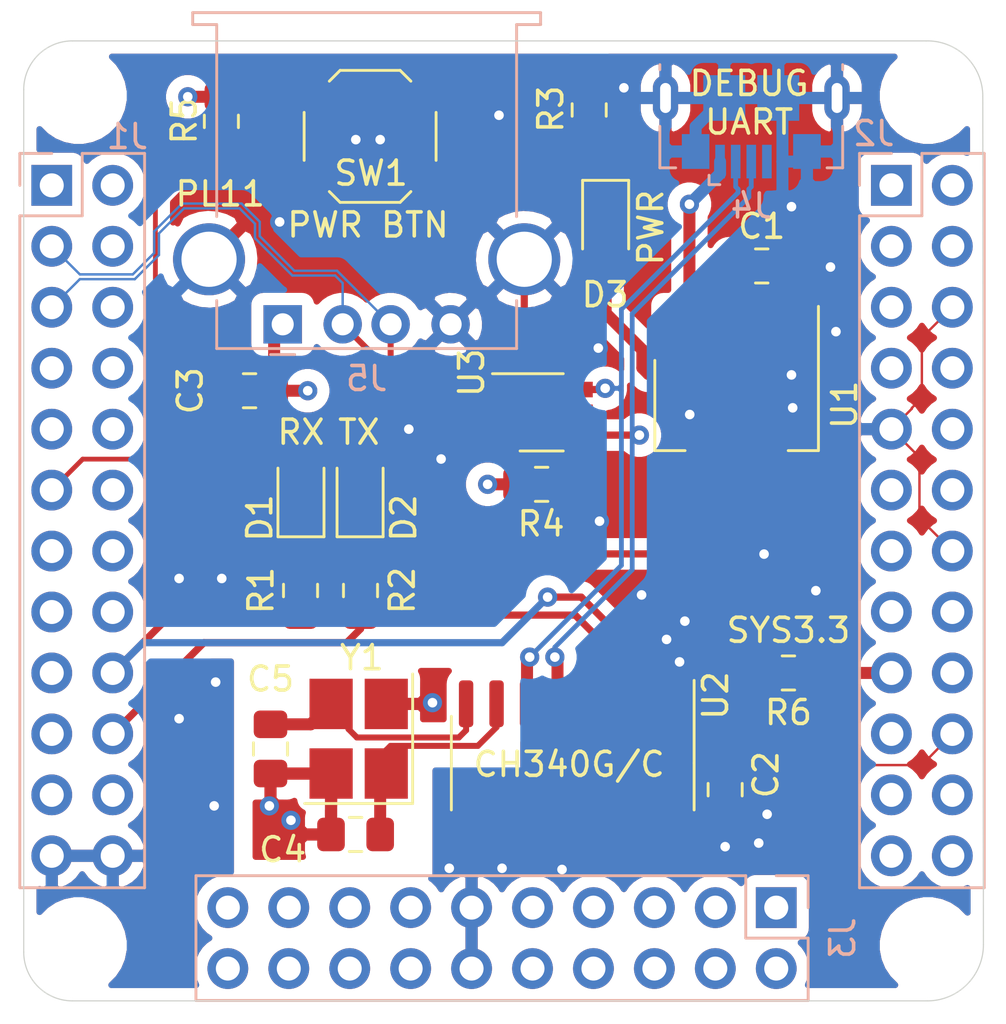
<source format=kicad_pcb>
(kicad_pcb (version 20171130) (host pcbnew 5.1.6)
  (title_block (title "NanoPI NEO Core debug shield"))
  (layers (0 F.Cu signal) (1 In1.Cu power) (2 In2.Cu power) (31 B.Cu signal) (34 B.Paste user) (35 F.Paste user) (36 B.SilkS user) (37 F.SilkS user) (38 B.Mask user) (39 F.Mask user) (44 Edge.Cuts user))
  (net 0 "")
  (net 1 GND)
  (net 2 VDD_5V)
  (net 3 "Net-(C1-Pad1)")
  (net 4 "Net-(C4-Pad1)")
  (net 5 "Net-(C5-Pad1)")
  (net 6 "Net-(D1-Pad1)")
  (net 7 "Net-(D2-Pad1)")
  (net 8 "Net-(D3-Pad1)")
  (net 9 DBG_TXD)
  (net 10 DBG_RXD)
  (net 11 "Net-(J4-Pad1)")
  (net 12 "Net-(R4-Pad2)")
  (net 13 USB-D1-)
  (net 14 USB-D1+)
  (net 15 DBG_D+)
  (net 16 DBG_D-)
  (net 17 "Net-(J1-Pad21)")
  (net 18 "Net-(J1-Pad19)")
  (net 19 "Net-(J1-Pad17)")
  (net 20 "Net-(J1-Pad16)")
  (net 21 "Net-(J1-Pad15)")
  (net 22 "Net-(J1-Pad14)")
  (net 23 "Net-(J1-Pad13)")
  (net 24 "Net-(J1-Pad12)")
  (net 25 PWR_BTN)
  (net 26 "Net-(J1-Pad10)")
  (net 27 "Net-(J1-Pad9)")
  (net 28 "Net-(J1-Pad8)")
  (net 29 "Net-(J1-Pad7)")
  (net 30 "Net-(J1-Pad6)")
  (net 31 "Net-(J1-Pad4)")
  (net 32 "Net-(J1-Pad2)")
  (net 33 "Net-(J2-Pad24)")
  (net 34 "Net-(J2-Pad23)")
  (net 35 "Net-(J2-Pad22)")
  (net 36 "Net-(J2-Pad21)")
  (net 37 "Net-(J2-Pad19)")
  (net 38 "Net-(J2-Pad18)")
  (net 39 "Net-(J2-Pad16)")
  (net 40 "Net-(J2-Pad15)")
  (net 41 "Net-(J2-Pad13)")
  (net 42 "Net-(J2-Pad12)")
  (net 43 "Net-(J2-Pad11)")
  (net 44 "Net-(J2-Pad10)")
  (net 45 "Net-(J2-Pad8)")
  (net 46 "Net-(J2-Pad7)")
  (net 47 "Net-(J2-Pad5)")
  (net 48 "Net-(J2-Pad3)")
  (net 49 "Net-(J3-Pad20)")
  (net 50 "Net-(J3-Pad18)")
  (net 51 "Net-(J3-Pad16)")
  (net 52 "Net-(J3-Pad15)")
  (net 53 "Net-(J3-Pad14)")
  (net 54 "Net-(J3-Pad13)")
  (net 55 "Net-(J3-Pad10)")
  (net 56 "Net-(J3-Pad9)")
  (net 57 "Net-(J3-Pad8)")
  (net 58 "Net-(J3-Pad7)")
  (net 59 "Net-(J3-Pad6)")
  (net 60 "Net-(J3-Pad5)")
  (net 61 "Net-(J3-Pad4)")
  (net 62 "Net-(J3-Pad3)")
  (net 63 "Net-(J3-Pad2)")
  (net 64 "Net-(J3-Pad1)")
  (net 65 "Net-(J4-Pad4)")
  (net 66 "Net-(U2-Pad15)")
  (net 67 "Net-(U2-Pad14)")
  (net 68 "Net-(U2-Pad13)")
  (net 69 "Net-(U2-Pad12)")
  (net 70 "Net-(U2-Pad11)")
  (net 71 "Net-(U2-Pad10)")
  (net 72 "Net-(U2-Pad9)")
  (net 73 VDD_3.3V)
  (net 74 "Net-(J2-Pad1)")
  (module Resistor_SMD:R_0805_2012Metric_Pad1.15x1.40mm_HandSolder (layer F.Cu) (at 100.838 68.961 180)
    (fp_text reference R6 (at 0 -1.65) (layer F.SilkS))
    (fp_text value 0)
    (pad 2 smd roundrect (at 1.025 0 180) (size 1.15 1.4) (layers F.Cu F.Paste F.Mask) (roundrect_rratio 0.217391) (net 3 "Net-(C1-Pad1)"))
    (pad 1 smd roundrect (at -1.025 0 180) (size 1.15 1.4) (layers F.Cu F.Paste F.Mask) (roundrect_rratio 0.217391) (net 73 VDD_3.3V))
  )
  (module Package_SO:SOIC-16_3.9x9.9mm_P1.27mm (layer F.Cu) (at 91.8464 72.7202 270)
    (fp_text reference U2 (at -2.8202 -5.9536 90) (layer F.SilkS))
    (fp_text value CH340G/C (at 0.0508 0.1524 180) (layer F.SilkS))
    (pad 16 smd roundrect (at 2.475 -4.445 270) (size 1.95 0.6) (layers F.Cu F.Paste F.Mask) (net 3 "Net-(C1-Pad1)"))
    (pad 15 smd roundrect (at 2.475 -3.175 270) (size 1.95 0.6) (layers F.Cu F.Paste F.Mask) (net 66 "Net-(U2-Pad15)"))
    (pad 14 smd roundrect (at 2.475 -1.905 270) (size 1.95 0.6) (layers F.Cu F.Paste F.Mask) (net 67 "Net-(U2-Pad14)"))
    (pad 13 smd roundrect (at 2.475 -0.635 270) (size 1.95 0.6) (layers F.Cu F.Paste F.Mask) (net 68 "Net-(U2-Pad13)"))
    (pad 12 smd roundrect (at 2.475 0.635 270) (size 1.95 0.6) (layers F.Cu F.Paste F.Mask) (net 69 "Net-(U2-Pad12)"))
    (pad 11 smd roundrect (at 2.475 1.905 270) (size 1.95 0.6) (layers F.Cu F.Paste F.Mask) (net 70 "Net-(U2-Pad11)"))
    (pad 10 smd roundrect (at 2.475 3.175 270) (size 1.95 0.6) (layers F.Cu F.Paste F.Mask) (net 71 "Net-(U2-Pad10)"))
    (pad 9 smd roundrect (at 2.475 4.445 270) (size 1.95 0.6) (layers F.Cu F.Paste F.Mask) (net 72 "Net-(U2-Pad9)"))
    (pad 8 smd roundrect (at -2.475 4.445 270) (size 1.95 0.6) (layers F.Cu F.Paste F.Mask) (net 5 "Net-(C5-Pad1)"))
    (pad 7 smd roundrect (at -2.475 3.175 270) (size 1.95 0.6) (layers F.Cu F.Paste F.Mask) (net 4 "Net-(C4-Pad1)"))
    (pad 6 smd roundrect (at -2.475 1.905 270) (size 1.95 0.6) (layers F.Cu F.Paste F.Mask) (net 16 DBG_D-))
    (pad 5 smd roundrect (at -2.475 0.635 270) (size 1.95 0.6) (layers F.Cu F.Paste F.Mask) (net 15 DBG_D+))
    (pad 4 smd roundrect (at -2.475 -0.635 270) (size 1.95 0.6) (layers F.Cu F.Paste F.Mask) (net 3 "Net-(C1-Pad1)"))
    (pad 3 smd roundrect (at -2.475 -1.905 270) (size 1.95 0.6) (layers F.Cu F.Paste F.Mask) (net 9 DBG_TXD))
    (pad 2 smd roundrect (at -2.475 -3.175 270) (size 1.95 0.6) (layers F.Cu F.Paste F.Mask) (net 10 DBG_RXD))
    (pad 1 smd roundrect (at -2.475 -4.445 270) (size 1.95 0.6) (layers F.Cu F.Paste F.Mask) (net 1 GND))
  )
  (module Connector_USB:USB_A_Stewart_SS-52100-001_Horizontal (layer B.Cu) (at 79.756 54.4322)
    (fp_text reference J5 (at 3.5 2.26) (layer B.SilkS) (effects (justify mirror)))
    (fp_text value USB_A)
    (pad 4 thru_hole circle (at 7 0) (size 1.6 1.6) (drill 0.92) (layers *.Cu *.Mask) (net 1 GND))
    (pad 3 thru_hole circle (at 4.5 0) (size 1.6 1.6) (drill 0.92) (layers *.Cu *.Mask) (net 14 USB-D1+))
    (pad 2 thru_hole circle (at 2.5 0) (size 1.6 1.6) (drill 0.92) (layers *.Cu *.Mask) (net 13 USB-D1-))
    (pad 1 thru_hole rect (at 0 0) (size 1.6 1.6) (drill 0.92) (layers *.Cu *.Mask) (net 2 VDD_5V))
    (pad 5 thru_hole circle (at -3.07 -2.71) (size 3 3) (drill 2.3) (layers *.Cu *.Mask) (net 1 GND))
    (pad 5 thru_hole circle (at 10.07 -2.71) (size 3 3) (drill 2.3) (layers *.Cu *.Mask) (net 1 GND))
  )
  (module Button_Switch_SMD:SW_SPST_TL3342 (layer F.Cu) (at 83.4 46.6)
    (fp_text reference SW1 (at 0.039 1.533) (layer F.SilkS))
    (fp_text value SW_PWR)
    (pad 2 smd rect (at 3.15 1.9) (size 1.7 1) (layers F.Cu F.Paste F.Mask) (net 1 GND))
    (pad 2 smd rect (at -3.15 1.9) (size 1.7 1) (layers F.Cu F.Paste F.Mask) (net 1 GND))
    (pad 1 smd rect (at 3.15 -1.9) (size 1.7 1) (layers F.Cu F.Paste F.Mask) (net 25 PWR_BTN))
    (pad 1 smd rect (at -3.15 -1.9) (size 1.7 1) (layers F.Cu F.Paste F.Mask) (net 25 PWR_BTN))
  )
  (module Resistor_SMD:R_0805_2012Metric_Pad1.15x1.40mm_HandSolder (layer F.Cu) (at 77.2 45.975 270)
    (fp_text reference R5 (at -0.025 1.55 90) (layer F.SilkS))
    (fp_text value 10K)
    (pad 2 smd roundrect (at 1.025 0 270) (size 1.15 1.4) (layers F.Cu F.Paste F.Mask) (roundrect_rratio 0.217391) (net 25 PWR_BTN))
    (pad 1 smd roundrect (at -1.025 0 270) (size 1.15 1.4) (layers F.Cu F.Paste F.Mask) (roundrect_rratio 0.217391) (net 2 VDD_5V))
  )
  (module Connector_PinSocket_2.54mm:PinSocket_2x12_P2.54mm_Vertical (layer B.Cu) (at 70.1294 48.641 180)
    (fp_text reference J1 (at -3.1496 2.032) (layer B.SilkS) (effects (justify mirror)))
    (fp_text value NanoPi_Core_GPIO2 hide)
    (pad 24 thru_hole oval (at -2.54 -27.94 180) (size 1.7 1.7) (drill 1) (layers *.Cu *.Mask) (net 1 GND))
    (pad 23 thru_hole oval (at 0 -27.94 180) (size 1.7 1.7) (drill 1) (layers *.Cu *.Mask) (net 1 GND))
    (pad 22 thru_hole oval (at -2.54 -25.4 180) (size 1.7 1.7) (drill 1) (layers *.Cu *.Mask) (net 2 VDD_5V))
    (pad 21 thru_hole oval (at 0 -25.4 180) (size 1.7 1.7) (drill 1) (layers *.Cu *.Mask) (net 17 "Net-(J1-Pad21)"))
    (pad 20 thru_hole oval (at -2.54 -22.86 180) (size 1.7 1.7) (drill 1) (layers *.Cu *.Mask) (net 9 DBG_TXD))
    (pad 19 thru_hole oval (at 0 -22.86 180) (size 1.7 1.7) (drill 1) (layers *.Cu *.Mask) (net 18 "Net-(J1-Pad19)"))
    (pad 18 thru_hole oval (at -2.54 -20.32 180) (size 1.7 1.7) (drill 1) (layers *.Cu *.Mask) (net 10 DBG_RXD))
    (pad 17 thru_hole oval (at 0 -20.32 180) (size 1.7 1.7) (drill 1) (layers *.Cu *.Mask) (net 19 "Net-(J1-Pad17)"))
    (pad 16 thru_hole oval (at -2.54 -17.78 180) (size 1.7 1.7) (drill 1) (layers *.Cu *.Mask) (net 20 "Net-(J1-Pad16)"))
    (pad 15 thru_hole oval (at 0 -17.78 180) (size 1.7 1.7) (drill 1) (layers *.Cu *.Mask) (net 21 "Net-(J1-Pad15)"))
    (pad 14 thru_hole oval (at -2.54 -15.24 180) (size 1.7 1.7) (drill 1) (layers *.Cu *.Mask) (net 22 "Net-(J1-Pad14)"))
    (pad 13 thru_hole oval (at 0 -15.24 180) (size 1.7 1.7) (drill 1) (layers *.Cu *.Mask) (net 23 "Net-(J1-Pad13)"))
    (pad 12 thru_hole oval (at -2.54 -12.7 180) (size 1.7 1.7) (drill 1) (layers *.Cu *.Mask) (net 24 "Net-(J1-Pad12)"))
    (pad 11 thru_hole oval (at 0 -12.7 180) (size 1.7 1.7) (drill 1) (layers *.Cu *.Mask) (net 25 PWR_BTN))
    (pad 10 thru_hole oval (at -2.54 -10.16 180) (size 1.7 1.7) (drill 1) (layers *.Cu *.Mask) (net 26 "Net-(J1-Pad10)"))
    (pad 9 thru_hole oval (at 0 -10.16 180) (size 1.7 1.7) (drill 1) (layers *.Cu *.Mask) (net 27 "Net-(J1-Pad9)"))
    (pad 8 thru_hole oval (at -2.54 -7.62 180) (size 1.7 1.7) (drill 1) (layers *.Cu *.Mask) (net 28 "Net-(J1-Pad8)"))
    (pad 7 thru_hole oval (at 0 -7.62 180) (size 1.7 1.7) (drill 1) (layers *.Cu *.Mask) (net 29 "Net-(J1-Pad7)"))
    (pad 6 thru_hole oval (at -2.54 -5.08 180) (size 1.7 1.7) (drill 1) (layers *.Cu *.Mask) (net 30 "Net-(J1-Pad6)"))
    (pad 5 thru_hole oval (at 0 -5.08 180) (size 1.7 1.7) (drill 1) (layers *.Cu *.Mask) (net 13 USB-D1-))
    (pad 4 thru_hole oval (at -2.54 -2.54 180) (size 1.7 1.7) (drill 1) (layers *.Cu *.Mask) (net 31 "Net-(J1-Pad4)"))
    (pad 3 thru_hole oval (at 0 -2.54 180) (size 1.7 1.7) (drill 1) (layers *.Cu *.Mask) (net 14 USB-D1+))
    (pad 2 thru_hole oval (at -2.54 0 180) (size 1.7 1.7) (drill 1) (layers *.Cu *.Mask) (net 32 "Net-(J1-Pad2)"))
    (pad 1 thru_hole rect (at 0 0 180) (size 1.7 1.7) (drill 1) (layers *.Cu *.Mask) (net 2 VDD_5V))
  )
  (module Connector_PinSocket_2.54mm:PinSocket_2x10_P2.54mm_Vertical (layer B.Cu) (at 100.33 78.74 90)
    (fp_text reference J3 (at -1.27 2.77 -90) (layer B.SilkS) (effects (justify mirror)))
    (fp_text value NanoPi_Core_GPIO3 hide)
    (pad 20 thru_hole oval (at -2.54 -22.86 90) (size 1.7 1.7) (drill 1) (layers *.Cu *.Mask) (net 49 "Net-(J3-Pad20)"))
    (pad 19 thru_hole oval (at 0 -22.86 90) (size 1.7 1.7) (drill 1) (layers *.Cu *.Mask) (net 2 VDD_5V))
    (pad 18 thru_hole oval (at -2.54 -20.32 90) (size 1.7 1.7) (drill 1) (layers *.Cu *.Mask) (net 50 "Net-(J3-Pad18)"))
    (pad 17 thru_hole oval (at 0 -20.32 90) (size 1.7 1.7) (drill 1) (layers *.Cu *.Mask) (net 2 VDD_5V))
    (pad 16 thru_hole oval (at -2.54 -17.78 90) (size 1.7 1.7) (drill 1) (layers *.Cu *.Mask) (net 51 "Net-(J3-Pad16)"))
    (pad 15 thru_hole oval (at 0 -17.78 90) (size 1.7 1.7) (drill 1) (layers *.Cu *.Mask) (net 52 "Net-(J3-Pad15)"))
    (pad 14 thru_hole oval (at -2.54 -15.24 90) (size 1.7 1.7) (drill 1) (layers *.Cu *.Mask) (net 53 "Net-(J3-Pad14)"))
    (pad 13 thru_hole oval (at 0 -15.24 90) (size 1.7 1.7) (drill 1) (layers *.Cu *.Mask) (net 54 "Net-(J3-Pad13)"))
    (pad 12 thru_hole oval (at -2.54 -12.7 90) (size 1.7 1.7) (drill 1) (layers *.Cu *.Mask) (net 1 GND))
    (pad 11 thru_hole oval (at 0 -12.7 90) (size 1.7 1.7) (drill 1) (layers *.Cu *.Mask) (net 1 GND))
    (pad 10 thru_hole oval (at -2.54 -10.16 90) (size 1.7 1.7) (drill 1) (layers *.Cu *.Mask) (net 55 "Net-(J3-Pad10)"))
    (pad 9 thru_hole oval (at 0 -10.16 90) (size 1.7 1.7) (drill 1) (layers *.Cu *.Mask) (net 56 "Net-(J3-Pad9)"))
    (pad 8 thru_hole oval (at -2.54 -7.62 90) (size 1.7 1.7) (drill 1) (layers *.Cu *.Mask) (net 57 "Net-(J3-Pad8)"))
    (pad 7 thru_hole oval (at 0 -7.62 90) (size 1.7 1.7) (drill 1) (layers *.Cu *.Mask) (net 58 "Net-(J3-Pad7)"))
    (pad 6 thru_hole oval (at -2.54 -5.08 90) (size 1.7 1.7) (drill 1) (layers *.Cu *.Mask) (net 59 "Net-(J3-Pad6)"))
    (pad 5 thru_hole oval (at 0 -5.08 90) (size 1.7 1.7) (drill 1) (layers *.Cu *.Mask) (net 60 "Net-(J3-Pad5)"))
    (pad 4 thru_hole oval (at -2.54 -2.54 90) (size 1.7 1.7) (drill 1) (layers *.Cu *.Mask) (net 61 "Net-(J3-Pad4)"))
    (pad 3 thru_hole oval (at 0 -2.54 90) (size 1.7 1.7) (drill 1) (layers *.Cu *.Mask) (net 62 "Net-(J3-Pad3)"))
    (pad 2 thru_hole oval (at -2.54 0 90) (size 1.7 1.7) (drill 1) (layers *.Cu *.Mask) (net 63 "Net-(J3-Pad2)"))
    (pad 1 thru_hole rect (at 0 0 90) (size 1.7 1.7) (drill 1) (layers *.Cu *.Mask) (net 64 "Net-(J3-Pad1)"))
  )
  (module Connector_PinSocket_2.54mm:PinSocket_2x12_P2.54mm_Vertical (layer B.Cu) (at 105.1306 48.641 180)
    (fp_text reference J2 (at 0.7366 2.159) (layer B.SilkS) (effects (justify mirror)))
    (fp_text value NanoPi_Core_GPIO1 hide)
    (pad 24 thru_hole oval (at -2.54 -27.94 180) (size 1.7 1.7) (drill 1) (layers *.Cu *.Mask) (net 33 "Net-(J2-Pad24)"))
    (pad 23 thru_hole oval (at 0 -27.94 180) (size 1.7 1.7) (drill 1) (layers *.Cu *.Mask) (net 34 "Net-(J2-Pad23)"))
    (pad 22 thru_hole oval (at -2.54 -25.4 180) (size 1.7 1.7) (drill 1) (layers *.Cu *.Mask) (net 35 "Net-(J2-Pad22)"))
    (pad 21 thru_hole oval (at 0 -25.4 180) (size 1.7 1.7) (drill 1) (layers *.Cu *.Mask) (net 36 "Net-(J2-Pad21)"))
    (pad 20 thru_hole oval (at -2.54 -22.86 180) (size 1.7 1.7) (drill 1) (layers *.Cu *.Mask) (net 1 GND))
    (pad 19 thru_hole oval (at 0 -22.86 180) (size 1.7 1.7) (drill 1) (layers *.Cu *.Mask) (net 37 "Net-(J2-Pad19)"))
    (pad 18 thru_hole oval (at -2.54 -20.32 180) (size 1.7 1.7) (drill 1) (layers *.Cu *.Mask) (net 38 "Net-(J2-Pad18)"))
    (pad 17 thru_hole oval (at 0 -20.32 180) (size 1.7 1.7) (drill 1) (layers *.Cu *.Mask) (net 73 VDD_3.3V))
    (pad 16 thru_hole oval (at -2.54 -17.78 180) (size 1.7 1.7) (drill 1) (layers *.Cu *.Mask) (net 39 "Net-(J2-Pad16)"))
    (pad 15 thru_hole oval (at 0 -17.78 180) (size 1.7 1.7) (drill 1) (layers *.Cu *.Mask) (net 40 "Net-(J2-Pad15)"))
    (pad 14 thru_hole oval (at -2.54 -15.24 180) (size 1.7 1.7) (drill 1) (layers *.Cu *.Mask) (net 1 GND))
    (pad 13 thru_hole oval (at 0 -15.24 180) (size 1.7 1.7) (drill 1) (layers *.Cu *.Mask) (net 41 "Net-(J2-Pad13)"))
    (pad 12 thru_hole oval (at -2.54 -12.7 180) (size 1.7 1.7) (drill 1) (layers *.Cu *.Mask) (net 42 "Net-(J2-Pad12)"))
    (pad 11 thru_hole oval (at 0 -12.7 180) (size 1.7 1.7) (drill 1) (layers *.Cu *.Mask) (net 43 "Net-(J2-Pad11)"))
    (pad 10 thru_hole oval (at -2.54 -10.16 180) (size 1.7 1.7) (drill 1) (layers *.Cu *.Mask) (net 44 "Net-(J2-Pad10)"))
    (pad 9 thru_hole oval (at 0 -10.16 180) (size 1.7 1.7) (drill 1) (layers *.Cu *.Mask) (net 1 GND))
    (pad 8 thru_hole oval (at -2.54 -7.62 180) (size 1.7 1.7) (drill 1) (layers *.Cu *.Mask) (net 45 "Net-(J2-Pad8)"))
    (pad 7 thru_hole oval (at 0 -7.62 180) (size 1.7 1.7) (drill 1) (layers *.Cu *.Mask) (net 46 "Net-(J2-Pad7)"))
    (pad 6 thru_hole oval (at -2.54 -5.08 180) (size 1.7 1.7) (drill 1) (layers *.Cu *.Mask) (net 1 GND))
    (pad 5 thru_hole oval (at 0 -5.08 180) (size 1.7 1.7) (drill 1) (layers *.Cu *.Mask) (net 47 "Net-(J2-Pad5)"))
    (pad 4 thru_hole oval (at -2.54 -2.54 180) (size 1.7 1.7) (drill 1) (layers *.Cu *.Mask) (net 2 VDD_5V))
    (pad 3 thru_hole oval (at 0 -2.54 180) (size 1.7 1.7) (drill 1) (layers *.Cu *.Mask) (net 48 "Net-(J2-Pad3)"))
    (pad 2 thru_hole oval (at -2.54 0 180) (size 1.7 1.7) (drill 1) (layers *.Cu *.Mask) (net 2 VDD_5V))
    (pad 1 thru_hole rect (at 0 0 180) (size 1.7 1.7) (drill 1) (layers *.Cu *.Mask) (net 74 "Net-(J2-Pad1)"))
  )
  (module MountingHole:MountingHole_3mm (layer F.Cu) (at 71.247 80.3148)
    (fp_text reference H4 hide)
    (fp_text value MountingHole hide)
    (pad 1 np_thru_hole circle (at 0 0) (size 3 3) (drill 3) (layers *.Cu *.Mask))
  )
  (module MountingHole:MountingHole_3mm (layer F.Cu) (at 106.6546 44.9072)
    (fp_text reference H3 hide)
    (fp_text value MountingHole hide)
    (pad 1 np_thru_hole circle (at 0 0) (size 3 3) (drill 3) (layers *.Cu *.Mask))
  )
  (module MountingHole:MountingHole_3mm (layer F.Cu) (at 106.6546 80.3148)
    (fp_text reference H2 hide)
    (fp_text value MountingHole hide)
    (pad 1 np_thru_hole circle (at 0 0) (size 3 3) (drill 3) (layers *.Cu *.Mask))
  )
  (module MountingHole:MountingHole_3mm (layer F.Cu) (at 71.247 44.9072)
    (fp_text reference H1 hide)
    (fp_text value MountingHole hide)
    (pad 1 np_thru_hole circle (at 0 0) (size 3 3) (drill 3) (layers *.Cu *.Mask))
  )
  (module Crystal:Crystal_SMD_3225-4Pin_3.2x2.5mm_HandSoldering (layer F.Cu) (at 82.924 71.702 90)
    (fp_text reference Y1 (at 3.376 0.134 180) (layer F.SilkS))
    (fp_text value 12MHz)
    (pad 1 smd rect (at -1.45 1.15 90) (size 2.1 1.8) (layers F.Cu F.Paste F.Mask) (net 4 "Net-(C4-Pad1)"))
    (pad 2 smd rect (at 1.45 1.15 90) (size 2.1 1.8) (layers F.Cu F.Paste F.Mask) (net 1 GND))
    (pad 3 smd rect (at 1.45 -1.15 90) (size 2.1 1.8) (layers F.Cu F.Paste F.Mask) (net 5 "Net-(C5-Pad1)"))
    (pad 4 smd rect (at -1.45 -1.15 90) (size 2.1 1.8) (layers F.Cu F.Paste F.Mask) (net 1 GND))
  )
  (module Package_TO_SOT_SMD:SOT-23-6_Handsoldering (layer F.Cu) (at 90.551 58.1)
    (fp_text reference U3 (at -2.921 -1.651 90) (layer F.SilkS))
    (fp_text value SRV05-4)
    (pad 5 smd rect (at 1.35 0) (size 1.56 0.65) (layers F.Cu F.Paste F.Mask) (net 12 "Net-(R4-Pad2)"))
    (pad 6 smd rect (at 1.35 -0.95) (size 1.56 0.65) (layers F.Cu F.Paste F.Mask) (net 16 DBG_D-))
    (pad 4 smd rect (at 1.35 0.95) (size 1.56 0.65) (layers F.Cu F.Paste F.Mask) (net 15 DBG_D+))
    (pad 3 smd rect (at -1.35 0.95) (size 1.56 0.65) (layers F.Cu F.Paste F.Mask) (net 13 USB-D1-))
    (pad 2 smd rect (at -1.35 0) (size 1.56 0.65) (layers F.Cu F.Paste F.Mask) (net 1 GND))
    (pad 1 smd rect (at -1.35 -0.95) (size 1.56 0.65) (layers F.Cu F.Paste F.Mask) (net 14 USB-D1+))
  )
  (module Package_TO_SOT_SMD:SOT-223-3_TabPin2 (layer F.Cu) (at 98.679 57.785 270)
    (fp_text reference U1 (at 0 -4.5 90) (layer F.SilkS))
    (fp_text value AMS1117-3.3)
    (pad 1 smd rect (at -3.15 -2.3 270) (size 2 1.5) (layers F.Cu F.Paste F.Mask) (net 1 GND))
    (pad 3 smd rect (at -3.15 2.3 270) (size 2 1.5) (layers F.Cu F.Paste F.Mask) (net 11 "Net-(J4-Pad1)"))
    (pad 2 smd rect (at -3.15 0 270) (size 2 1.5) (layers F.Cu F.Paste F.Mask) (net 3 "Net-(C1-Pad1)"))
    (pad 2 smd rect (at 3.15 0 270) (size 2 3.8) (layers F.Cu F.Paste F.Mask) (net 3 "Net-(C1-Pad1)"))
  )
  (module Resistor_SMD:R_0805_2012Metric_Pad1.15x1.40mm_HandSolder (layer F.Cu) (at 90.55 61.1)
    (fp_text reference R4 (at -0.025 1.65) (layer F.SilkS))
    (fp_text value 10K)
    (pad 1 smd roundrect (at -1.025 0) (size 1.15 1.4) (layers F.Cu F.Paste F.Mask) (roundrect_rratio 0.217391) (net 2 VDD_5V))
    (pad 2 smd roundrect (at 1.025 0) (size 1.15 1.4) (layers F.Cu F.Paste F.Mask) (roundrect_rratio 0.217391) (net 12 "Net-(R4-Pad2)"))
  )
  (module Resistor_SMD:R_0805_2012Metric_Pad1.15x1.40mm_HandSolder (layer F.Cu) (at 92.5322 45.5004 270)
    (fp_text reference R3 (at -0.0344 1.6002 90) (layer F.SilkS))
    (fp_text value 330)
    (pad 2 smd roundrect (at 1.025 0 270) (size 1.15 1.4) (layers F.Cu F.Paste F.Mask) (roundrect_rratio 0.217391) (net 8 "Net-(D3-Pad1)"))
    (pad 1 smd roundrect (at -1.025 0 270) (size 1.15 1.4) (layers F.Cu F.Paste F.Mask) (roundrect_rratio 0.217391) (net 1 GND))
  )
  (module Resistor_SMD:R_0805_2012Metric_Pad1.15x1.40mm_HandSolder (layer F.Cu) (at 83 65.525 90)
    (fp_text reference R2 (at 0 1.7404 90) (layer F.SilkS))
    (fp_text value 330)
    (pad 2 smd roundrect (at 1.025 0 90) (size 1.15 1.4) (layers F.Cu F.Paste F.Mask) (roundrect_rratio 0.217391) (net 7 "Net-(D2-Pad1)"))
    (pad 1 smd roundrect (at -1.025 0 90) (size 1.15 1.4) (layers F.Cu F.Paste F.Mask) (roundrect_rratio 0.217391) (net 9 DBG_TXD))
  )
  (module Resistor_SMD:R_0805_2012Metric_Pad1.15x1.40mm_HandSolder (layer F.Cu) (at 80.5 65.525 90)
    (fp_text reference R1 (at 0 -1.65 90) (layer F.SilkS))
    (fp_text value 330)
    (pad 2 smd roundrect (at 1.025 0 90) (size 1.15 1.4) (layers F.Cu F.Paste F.Mask) (roundrect_rratio 0.217391) (net 6 "Net-(D1-Pad1)"))
    (pad 1 smd roundrect (at -1.025 0 90) (size 1.15 1.4) (layers F.Cu F.Paste F.Mask) (roundrect_rratio 0.217391) (net 10 DBG_RXD))
  )
  (module Connector_USB:USB_Micro-B_GCT_USB3076-30-A (layer B.Cu) (at 99.2886 46.2004)
    (fp_text reference J4 (at 0 3.3) (layer B.SilkS) (effects (justify mirror)))
    (fp_text value USB_B_Micro_DEBUG)
    (pad 6 smd rect (at -2.32 1.03) (size 1.15 1.45) (layers B.Cu B.Paste B.Mask) (net 1 GND))
    (pad 6 smd rect (at 2.32 1.03) (size 1.15 1.45) (layers B.Cu B.Paste B.Mask) (net 1 GND))
    (pad 6 thru_hole oval (at 3.575 -1.2) (size 1.05 1.9) (drill oval 0.45 1.25) (layers *.Cu *.Mask) (net 1 GND))
    (pad 6 thru_hole oval (at -3.575 -1.2 180) (size 1.05 1.9) (drill oval 0.45 1.25) (layers *.Cu *.Mask) (net 1 GND))
    (pad 6 smd rect (at -1.125 -1.2) (size 1.75 1.9) (layers B.Cu B.Paste B.Mask) (net 1 GND))
    (pad 3 smd rect (at 0 1.45) (size 0.4 1.4) (layers B.Cu B.Paste B.Mask) (net 15 DBG_D+))
    (pad 4 smd rect (at 0.65 1.45) (size 0.4 1.4) (layers B.Cu B.Paste B.Mask) (net 65 "Net-(J4-Pad4)"))
    (pad 5 smd rect (at 1.3 1.45) (size 0.4 1.4) (layers B.Cu B.Paste B.Mask) (net 1 GND))
    (pad 1 smd rect (at -1.3 1.45) (size 0.4 1.4) (layers B.Cu B.Paste B.Mask) (net 11 "Net-(J4-Pad1)"))
    (pad 2 smd rect (at -0.65 1.45) (size 0.4 1.4) (layers B.Cu B.Paste B.Mask) (net 16 DBG_D-))
    (pad 6 smd rect (at 1.125 -1.2) (size 1.75 1.9) (layers B.Cu B.Paste B.Mask) (net 1 GND))
  )
  (module Diode_SMD:D_0805_2012Metric_Pad1.15x1.40mm_HandSolder (layer F.Cu) (at 93.218 50.292 270)
    (fp_text reference D3 (at 2.908 0.018 180) (layer F.SilkS))
    (fp_text value LED_DEBUG_PWR)
    (pad 2 smd roundrect (at 1.025 0 270) (size 1.15 1.4) (layers F.Cu F.Paste F.Mask) (roundrect_rratio 0.217391) (net 3 "Net-(C1-Pad1)"))
    (pad 1 smd roundrect (at -1.025 0 270) (size 1.15 1.4) (layers F.Cu F.Paste F.Mask) (roundrect_rratio 0.217391) (net 8 "Net-(D3-Pad1)"))
  )
  (module Diode_SMD:D_0805_2012Metric_Pad1.15x1.40mm_HandSolder (layer F.Cu) (at 82.9818 61.425 90)
    (fp_text reference D2 (at -1.075 1.8182 90) (layer F.SilkS))
    (fp_text value LED_DEBUG_RXD)
    (pad 2 smd roundrect (at 1.025 0 90) (size 1.15 1.4) (layers F.Cu F.Paste F.Mask) (roundrect_rratio 0.217391) (net 3 "Net-(C1-Pad1)"))
    (pad 1 smd roundrect (at -1.025 0 90) (size 1.15 1.4) (layers F.Cu F.Paste F.Mask) (roundrect_rratio 0.217391) (net 7 "Net-(D2-Pad1)"))
  )
  (module Diode_SMD:D_0805_2012Metric_Pad1.15x1.40mm_HandSolder (layer F.Cu) (at 80.518 61.425 90)
    (fp_text reference D1 (at -1.075 -1.718 90) (layer F.SilkS))
    (fp_text value LED_DEBUG_TXD)
    (pad 2 smd roundrect (at 1.025 0 90) (size 1.15 1.4) (layers F.Cu F.Paste F.Mask) (roundrect_rratio 0.217391) (net 3 "Net-(C1-Pad1)"))
    (pad 1 smd roundrect (at -1.025 0 90) (size 1.15 1.4) (layers F.Cu F.Paste F.Mask) (roundrect_rratio 0.217391) (net 6 "Net-(D1-Pad1)"))
  )
  (module Capacitor_SMD:C_0805_2012Metric_Pad1.15x1.40mm_HandSolder (layer F.Cu) (at 79.248 72.127 270)
    (fp_text reference C5 (at -2.912 0 180) (layer F.SilkS))
    (fp_text value 22pF)
    (pad 1 smd roundrect (at -1.025 0 270) (size 1.15 1.4) (layers F.Cu F.Paste F.Mask) (roundrect_rratio 0.217391) (net 5 "Net-(C5-Pad1)"))
    (pad 2 smd roundrect (at 1.025 0 270) (size 1.15 1.4) (layers F.Cu F.Paste F.Mask) (roundrect_rratio 0.217391) (net 1 GND))
  )
  (module Capacitor_SMD:C_0805_2012Metric_Pad1.15x1.40mm_HandSolder (layer F.Cu) (at 82.795 75.692 180)
    (fp_text reference C4 (at 3.039 -0.635 180) (layer F.SilkS))
    (fp_text value 22pF)
    (pad 1 smd roundrect (at -1.025 0 180) (size 1.15 1.4) (layers F.Cu F.Paste F.Mask) (roundrect_rratio 0.217391) (net 4 "Net-(C4-Pad1)"))
    (pad 2 smd roundrect (at 1.025 0 180) (size 1.15 1.4) (layers F.Cu F.Paste F.Mask) (roundrect_rratio 0.217391) (net 1 GND))
  )
  (module Capacitor_SMD:C_0805_2012Metric_Pad1.15x1.40mm_HandSolder (layer F.Cu) (at 78.375 57.2 180)
    (fp_text reference C3 (at 2.475 0 90) (layer F.SilkS))
    (fp_text value 10uf)
    (pad 2 smd roundrect (at 1.025 0 180) (size 1.15 1.4) (layers F.Cu F.Paste F.Mask) (roundrect_rratio 0.217391) (net 1 GND))
    (pad 1 smd roundrect (at -1.025 0 180) (size 1.15 1.4) (layers F.Cu F.Paste F.Mask) (roundrect_rratio 0.217391) (net 2 VDD_5V))
  )
  (module Capacitor_SMD:C_0805_2012Metric_Pad1.15x1.40mm_HandSolder (layer F.Cu) (at 98.2 73.825 270)
    (fp_text reference C2 (at -0.625 -1.7 90) (layer F.SilkS))
    (fp_text value 0.1uF)
    (pad 2 smd roundrect (at 1.025 0 270) (size 1.15 1.4) (layers F.Cu F.Paste F.Mask) (roundrect_rratio 0.217391) (net 1 GND))
    (pad 1 smd roundrect (at -1.025 0 270) (size 1.15 1.4) (layers F.Cu F.Paste F.Mask) (roundrect_rratio 0.217391) (net 3 "Net-(C1-Pad1)"))
  )
  (module Capacitor_SMD:C_0805_2012Metric_Pad1.15x1.40mm_HandSolder (layer F.Cu) (at 99.725 52)
    (fp_text reference C1 (at 0 -1.65) (layer F.SilkS))
    (fp_text value 10uF)
    (pad 2 smd roundrect (at 1.025 0) (size 1.15 1.4) (layers F.Cu F.Paste F.Mask) (roundrect_rratio 0.217391) (net 1 GND))
    (pad 1 smd roundrect (at -1.025 0) (size 1.15 1.4) (layers F.Cu F.Paste F.Mask) (roundrect_rratio 0.217391) (net 3 "Net-(C1-Pad1)"))
  )
  (gr_text "PWR BTN" (at 83.312 50.292) (layer F.SilkS) (effects (font (size 1 1))))
  (gr_text SYS3.3 (at 100.838 67.183) (layer F.SilkS) (effects (font (size 1 1))))
  (gr_text PL11 (at 77.15 49) (layer F.SilkS) (effects (font (size 1 1))))
  (gr_text "DEBUG\nUART" (at 99.2 45.2) (layer F.SilkS) (effects (font (size 1 1))))
  (gr_text PWR (at 95.1 50.4 90) (layer F.SilkS) (effects (font (size 1 1))))
  (gr_text TX (at 82.931 58.928) (layer F.SilkS) (effects (font (size 1 1))))
  (gr_text RX (at 80.518 58.928) (layer F.SilkS) (effects (font (size 1 1))))
  (gr_arc (start 70.993 44.6532) (end 70.993 42.6212) (angle -90) (layer Edge.Cuts) (width 0.05))
  (gr_arc (start 70.993 80.5942) (end 68.961 80.5942) (angle -90) (layer Edge.Cuts) (width 0.05))
  (gr_arc (start 106.6292 80.2894) (end 106.6292 82.6262) (angle -90) (layer Edge.Cuts) (width 0.05))
  (gr_arc (start 106.6292 44.9326) (end 108.9406 44.9326) (angle -91.31691241) (layer Edge.Cuts) (width 0.05))
  (gr_line (start 68.961 80.5942) (end 68.961 44.6532) (layer Edge.Cuts) (width 0.05))
  (gr_line (start 106.6292 82.6262) (end 70.993 82.6262) (layer Edge.Cuts) (width 0.05))
  (gr_line (start 108.9406 44.9326) (end 108.966 80.2894) (layer Edge.Cuts) (width 0.05))
  (gr_line (start 70.993 42.6212) (end 106.576078 42.621811) (layer Edge.Cuts) (width 0.05))
  (segment (start 98.1636 45.0004) (end 100.4136 45.0004) (width 0.5) (layer B.Cu) (net 1))
  (segment (start 100.5886 45.1754) (end 100.5886 47.6504) (width 0.5) (layer B.Cu) (net 1))
  (segment (start 100.4136 45.0004) (end 100.5886 45.1754) (width 0.5) (layer B.Cu) (net 1))
  (segment (start 101.1886 47.6504) (end 101.6086 47.2304) (width 0.5) (layer B.Cu) (net 1))
  (segment (start 100.5886 47.6504) (end 101.1886 47.6504) (width 0.5) (layer B.Cu) (net 1))
  (via (at 100.965 49.53) (size 0.8) (drill 0.4) (layers F.Cu B.Cu) (net 1))
  (segment (start 100.5886 47.6504) (end 100.5886 49.1536) (width 0.5) (layer B.Cu) (net 1))
  (segment (start 100.5886 49.1536) (end 100.965 49.53) (width 0.5) (layer B.Cu) (net 1))
  (segment (start 100.965 54.621) (end 100.979 54.635) (width 0.5) (layer F.Cu) (net 1))
  (segment (start 100.965 49.53) (end 100.965 54.621) (width 0.5) (layer F.Cu) (net 1))
  (segment (start 96.9686 46.1954) (end 96.9686 47.2304) (width 0.5) (layer B.Cu) (net 1))
  (segment (start 98.1636 45.0004) (end 96.9686 46.1954) (width 0.5) (layer B.Cu) (net 1))
  (segment (start 98.1636 45.0004) (end 95.7136 45.0004) (width 0.5) (layer B.Cu) (net 1))
  (segment (start 100.4136 45.0004) (end 102.8636 45.0004) (width 0.5) (layer B.Cu) (net 1))
  (segment (start 95.7136 45.0004) (end 94.4034 45.0004) (width 0.5) (layer B.Cu) (net 1))
  (segment (start 94.4034 45.0004) (end 93.98 44.577) (width 0.5) (layer B.Cu) (net 1))
  (via (at 93.98 44.577) (size 0.8) (drill 0.4) (layers F.Cu B.Cu) (net 1))
  (segment (start 92.6338 44.577) (end 92.5322 44.4754) (width 0.5) (layer F.Cu) (net 1))
  (segment (start 93.98 44.577) (end 92.6338 44.577) (width 0.5) (layer F.Cu) (net 1))
  (segment (start 81.774 73.152) (end 79.248 73.152) (width 0.5) (layer F.Cu) (net 1))
  (segment (start 81.774 75.688) (end 81.77 75.692) (width 0.5) (layer F.Cu) (net 1))
  (segment (start 81.774 73.152) (end 81.774 75.688) (width 0.5) (layer F.Cu) (net 1))
  (segment (start 90.45 56.45) (end 89.826 55.826) (width 0.3) (layer F.Cu) (net 1))
  (segment (start 89.826 55.826) (end 89.826 51.7222) (width 0.3) (layer F.Cu) (net 1))
  (segment (start 90.45 57.725) (end 90.45 56.45) (width 0.3) (layer F.Cu) (net 1))
  (segment (start 89.201 58.1) (end 90.075 58.1) (width 0.3) (layer F.Cu) (net 1))
  (segment (start 90.075 58.1) (end 90.45 57.725) (width 0.3) (layer F.Cu) (net 1))
  (segment (start 105.980599 57.951001) (end 105.980599 57.919401) (width 0.1) (layer F.Cu) (net 1))
  (segment (start 105.1306 58.801) (end 105.980599 57.951001) (width 0.1) (layer F.Cu) (net 1))
  (segment (start 105.980599 57.919401) (end 106.4 57.5) (width 0.1) (layer F.Cu) (net 1))
  (segment (start 106.4 54.9916) (end 107.6706 53.721) (width 0.1) (layer F.Cu) (net 1))
  (segment (start 106.4 57.5) (end 106.4 54.9916) (width 0.1) (layer F.Cu) (net 1))
  (segment (start 105.1306 58.801) (end 106.3 59.9704) (width 0.1) (layer F.Cu) (net 1))
  (segment (start 106.3 62.5104) (end 107.6706 63.881) (width 0.1) (layer F.Cu) (net 1))
  (segment (start 106.3 59.9704) (end 106.3 62.5104) (width 0.1) (layer F.Cu) (net 1))
  (segment (start 102.9 72.8) (end 106.4 72.8) (width 0.1) (layer F.Cu) (net 1))
  (segment (start 100.85 74.85) (end 102.9 72.8) (width 0.1) (layer F.Cu) (net 1))
  (segment (start 107.6706 71.501) (end 106.4 72.8) (width 0.1) (layer F.Cu) (net 1))
  (segment (start 106.4 72.8) (end 106.3716 72.8) (width 0.1) (layer F.Cu) (net 1))
  (segment (start 99.95 74.85) (end 100.85 74.85) (width 0.1) (layer F.Cu) (net 1))
  (via (at 99.95 74.85) (size 0.8) (drill 0.4) (layers F.Cu B.Cu) (net 1))
  (via (at 96.3 68.5) (size 0.8) (drill 0.4) (layers F.Cu B.Cu) (net 1))
  (segment (start 96.2914 68.5086) (end 96.3 68.5) (width 0.5) (layer F.Cu) (net 1))
  (segment (start 96.2914 70.2452) (end 96.2914 68.5086) (width 0.5) (layer F.Cu) (net 1))
  (segment (start 98.2 74.85) (end 99.95 74.85) (width 0.5) (layer F.Cu) (net 1))
  (via (at 86.7 77.1) (size 0.8) (drill 0.4) (layers F.Cu B.Cu) (net 1))
  (via (at 79.2 74.5) (size 0.8) (drill 0.4) (layers F.Cu B.Cu) (net 1))
  (via (at 76.9 74.5) (size 0.8) (drill 0.4) (layers F.Cu B.Cu) (net 1))
  (via (at 86 70.2) (size 0.8) (drill 0.4) (layers F.Cu B.Cu) (net 1))
  (via (at 80.1 75.1) (size 0.8) (drill 0.4) (layers F.Cu B.Cu) (net 1))
  (via (at 79.629 50.165) (size 0.8) (drill 0.4) (layers F.Cu B.Cu) (net 1))
  (via (at 88.773 45.72) (size 0.8) (drill 0.4) (layers F.Cu B.Cu) (net 1))
  (via (at 98.2 76.2) (size 0.8) (drill 0.4) (layers F.Cu B.Cu) (net 1))
  (via (at 99.6 76.05) (size 0.8) (drill 0.4) (layers F.Cu B.Cu) (net 1))
  (via (at 88.9 77.1) (size 0.8) (drill 0.4) (layers F.Cu B.Cu) (net 1))
  (via (at 91.4 77.15) (size 0.8) (drill 0.4) (layers F.Cu B.Cu) (net 1))
  (via (at 100.965 56.5404) (size 0.8) (drill 0.4) (layers F.Cu B.Cu) (net 1))
  (via (at 102.8192 54.737) (size 0.8) (drill 0.4) (layers F.Cu B.Cu) (net 1))
  (via (at 101.0158 57.912) (size 0.8) (drill 0.4) (layers F.Cu B.Cu) (net 1))
  (via (at 102.5906 52.0446) (size 0.8) (drill 0.4) (layers F.Cu B.Cu) (net 1))
  (via (at 94.7166 65.7098) (size 0.8) (drill 0.4) (layers F.Cu B.Cu) (net 1))
  (via (at 92.964 62.6364) (size 0.8) (drill 0.4) (layers F.Cu B.Cu) (net 1))
  (via (at 92.9132 55.4228) (size 0.8) (drill 0.4) (layers F.Cu B.Cu) (net 1))
  (via (at 96.7232 58.1914) (size 0.8) (drill 0.4) (layers F.Cu B.Cu) (net 1))
  (via (at 86.36 60.0456) (size 0.8) (drill 0.4) (layers F.Cu B.Cu) (net 1))
  (via (at 85.0138 58.801) (size 0.8) (drill 0.4) (layers F.Cu B.Cu) (net 1))
  (via (at 99.822 64.008) (size 0.8) (drill 0.4) (layers F.Cu B.Cu) (net 1))
  (via (at 101.981 65.532) (size 0.8) (drill 0.4) (layers F.Cu B.Cu) (net 1))
  (via (at 75.438 65.024) (size 0.8) (drill 0.4) (layers F.Cu B.Cu) (net 1))
  (via (at 77.216 65.024) (size 0.8) (drill 0.4) (layers F.Cu B.Cu) (net 1))
  (via (at 76.962 69.342) (size 0.8) (drill 0.4) (layers F.Cu B.Cu) (net 1))
  (via (at 75.438 70.866) (size 0.8) (drill 0.4) (layers F.Cu B.Cu) (net 1))
  (via (at 82.804 46.736) (size 0.8) (drill 0.4) (layers F.Cu B.Cu) (net 1))
  (via (at 83.82 46.736) (size 0.8) (drill 0.4) (layers F.Cu B.Cu) (net 1))
  (via (at 95.758 67.564) (size 0.8) (drill 0.4) (layers F.Cu B.Cu) (net 1))
  (via (at 96.52 66.802) (size 0.8) (drill 0.4) (layers F.Cu B.Cu) (net 1))
  (segment (start 79.4 54.7882) (end 79.756 54.4322) (width 0.5) (layer F.Cu) (net 2))
  (segment (start 79.4 57.2) (end 79.4 54.7882) (width 0.5) (layer F.Cu) (net 2))
  (via (at 80.8 57.2) (size 0.8) (drill 0.4) (layers F.Cu B.Cu) (net 2))
  (segment (start 79.4 57.2) (end 80.8 57.2) (width 0.5) (layer F.Cu) (net 2))
  (via (at 88.3 61.1) (size 0.8) (drill 0.4) (layers F.Cu B.Cu) (net 2))
  (segment (start 89.525 61.1) (end 88.3 61.1) (width 0.5) (layer F.Cu) (net 2))
  (via (at 75.8 44.95) (size 0.8) (drill 0.4) (layers F.Cu B.Cu) (net 2))
  (segment (start 77.2 44.95) (end 75.8 44.95) (width 0.5) (layer F.Cu) (net 2))
  (segment (start 98.679 54.635) (end 98.679 60.935) (width 0.5) (layer F.Cu) (net 3))
  (segment (start 93.218 51.317) (end 93.218 53.968) (width 0.5) (layer F.Cu) (net 3))
  (segment (start 93.218 53.968) (end 94.75 55.5) (width 0.5) (layer F.Cu) (net 3))
  (segment (start 94.75 55.5) (end 94.75 56.25) (width 0.5) (layer F.Cu) (net 3))
  (segment (start 94.75 56.25) (end 95 56.5) (width 0.5) (layer F.Cu) (net 3))
  (segment (start 98.679 56.135) (end 98.679 54.635) (width 0.5) (layer F.Cu) (net 3))
  (segment (start 98.314 56.5) (end 98.679 56.135) (width 0.5) (layer F.Cu) (net 3))
  (segment (start 95 56.5) (end 98.314 56.5) (width 0.5) (layer F.Cu) (net 3))
  (segment (start 98.679 56.865) (end 98.679 60.935) (width 0.5) (layer F.Cu) (net 3))
  (segment (start 98.314 56.5) (end 98.679 56.865) (width 0.5) (layer F.Cu) (net 3))
  (segment (start 98.7 54.614) (end 98.679 54.635) (width 0.3) (layer F.Cu) (net 3))
  (segment (start 98.7 52) (end 98.7 54.614) (width 0.3) (layer F.Cu) (net 3))
  (segment (start 96.2914 75.1952) (end 96.2914 74.5914) (width 0.3) (layer F.Cu) (net 3))
  (segment (start 96.2914 74.5914) (end 96.3 74.5828) (width 0.3) (layer F.Cu) (net 3))
  (segment (start 96.3 74.5828) (end 96.3 73.5) (width 0.3) (layer F.Cu) (net 3))
  (segment (start 96.3 73.5) (end 95.6 72.8) (width 0.3) (layer F.Cu) (net 3))
  (segment (start 95.6 72.8) (end 93.7 72.8) (width 0.3) (layer F.Cu) (net 3))
  (segment (start 98.679 60.935) (end 98.679 62.435) (width 0.5) (layer F.Cu) (net 3))
  (segment (start 98.679 62.435) (end 97.9 63.214) (width 0.5) (layer F.Cu) (net 3))
  (segment (start 92.4814 71.5814) (end 92.4814 70.2452) (width 0.5) (layer F.Cu) (net 3))
  (segment (start 93.7 72.8) (end 92.4814 71.5814) (width 0.5) (layer F.Cu) (net 3))
  (segment (start 95.1 72.8) (end 96.1 72.8) (width 0.5) (layer F.Cu) (net 3))
  (segment (start 95.1 72.8) (end 93.7 72.8) (width 0.5) (layer F.Cu) (net 3))
  (segment (start 96.7 72.8) (end 95.1 72.8) (width 0.5) (layer F.Cu) (net 3))
  (segment (start 96.1 72.8) (end 96.2914 72.9914) (width 0.5) (layer F.Cu) (net 3))
  (segment (start 96.2914 73.2086) (end 96.7 72.8) (width 0.5) (layer F.Cu) (net 3))
  (segment (start 96.2914 73.4914) (end 96.2914 75.1952) (width 0.5) (layer F.Cu) (net 3))
  (segment (start 96.2914 73.4914) (end 96.2914 73.2086) (width 0.5) (layer F.Cu) (net 3))
  (segment (start 96.2914 72.9914) (end 96.2914 73.4914) (width 0.5) (layer F.Cu) (net 3))
  (segment (start 80.518 60.4) (end 82.9818 60.4) (width 0.3) (layer F.Cu) (net 3))
  (segment (start 83.6818 60.4) (end 87.2818 64) (width 0.3) (layer F.Cu) (net 3))
  (segment (start 82.9818 60.4) (end 83.6818 60.4) (width 0.3) (layer F.Cu) (net 3))
  (segment (start 97.5 64) (end 97.9 63.6) (width 0.3) (layer F.Cu) (net 3))
  (segment (start 97.9 63.6) (end 97.9 64) (width 0.5) (layer F.Cu) (net 3))
  (segment (start 97.9 63.214) (end 97.9 63.6) (width 0.5) (layer F.Cu) (net 3))
  (segment (start 97.5 64) (end 97.9 64) (width 0.3) (layer F.Cu) (net 3))
  (segment (start 87.2818 64) (end 97.5 64) (width 0.3) (layer F.Cu) (net 3))
  (segment (start 97.5 64) (end 97.9 64.4) (width 0.3) (layer F.Cu) (net 3))
  (segment (start 97.9 64) (end 97.9 64.4) (width 0.5) (layer F.Cu) (net 3))
  (segment (start 97.9 71.925) (end 97.9 71.6) (width 0.5) (layer F.Cu) (net 3))
  (segment (start 98.2 72.225) (end 97.9 71.925) (width 0.5) (layer F.Cu) (net 3))
  (segment (start 98.2 72.8) (end 98.2 72.225) (width 0.5) (layer F.Cu) (net 3))
  (segment (start 96.4828 72.8) (end 96.2914 72.9914) (width 0.5) (layer F.Cu) (net 3))
  (segment (start 98.2 72.8) (end 96.4828 72.8) (width 0.5) (layer F.Cu) (net 3))
  (segment (start 98.2 72.8) (end 98 72.8) (width 0.5) (layer F.Cu) (net 3))
  (segment (start 97.9 71.6) (end 97.5 72.3) (width 0.5) (layer F.Cu) (net 3))
  (segment (start 98 72.8) (end 97.5 72.3) (width 0.5) (layer F.Cu) (net 3))
  (segment (start 97.5 72.3) (end 96.7 72.8) (width 0.5) (layer F.Cu) (net 3))
  (segment (start 99.813 68.961) (end 99.695 68.961) (width 0.5) (layer F.Cu) (net 3))
  (segment (start 98.044 68.961) (end 97.9 69.105) (width 0.5) (layer F.Cu) (net 3))
  (segment (start 98.425 68.961) (end 97.9 68.436) (width 0.5) (layer F.Cu) (net 3))
  (segment (start 97.9 68.436) (end 97.9 69.105) (width 0.5) (layer F.Cu) (net 3))
  (segment (start 97.9 64.4) (end 97.9 68.436) (width 0.5) (layer F.Cu) (net 3))
  (segment (start 99.813 68.961) (end 98.425 68.961) (width 0.5) (layer F.Cu) (net 3))
  (segment (start 98.425 68.961) (end 98.044 68.961) (width 0.5) (layer F.Cu) (net 3))
  (segment (start 98.425 68.961) (end 97.9 69.486) (width 0.5) (layer F.Cu) (net 3))
  (segment (start 97.9 69.486) (end 97.9 71.6) (width 0.5) (layer F.Cu) (net 3))
  (segment (start 97.9 69.105) (end 97.9 69.486) (width 0.5) (layer F.Cu) (net 3))
  (segment (start 83.82 73.406) (end 84.074 73.152) (width 0.5) (layer F.Cu) (net 4))
  (segment (start 83.82 75.692) (end 83.82 73.406) (width 0.5) (layer F.Cu) (net 4))
  (segment (start 84.074 73.152) (end 84.598 73.152) (width 0.5) (layer F.Cu) (net 4))
  (segment (start 88.6714 70.2452) (end 88.6714 71.2202) (width 0.25) (layer F.Cu) (net 4))
  (segment (start 88.6714 71.2202) (end 87.8916 72) (width 0.25) (layer F.Cu) (net 4))
  (segment (start 84.074 73.152) (end 84.074 72.176) (width 0.25) (layer F.Cu) (net 4))
  (segment (start 84.074 72.176) (end 84.25 72) (width 0.25) (layer F.Cu) (net 4))
  (segment (start 87.8916 72) (end 84.25 72) (width 0.25) (layer F.Cu) (net 4))
  (segment (start 80.924 71.102) (end 81.774 70.252) (width 0.5) (layer F.Cu) (net 5))
  (segment (start 79.248 71.102) (end 80.924 71.102) (width 0.5) (layer F.Cu) (net 5))
  (segment (start 81.774 70.402) (end 81.774 70.252) (width 0.25) (layer F.Cu) (net 5))
  (segment (start 82.5 70.978) (end 81.774 70.252) (width 0.25) (layer F.Cu) (net 5))
  (segment (start 87.4014 70.2452) (end 87.4014 71.3486) (width 0.25) (layer F.Cu) (net 5))
  (segment (start 87.10001 71.64999) (end 82.85001 71.64999) (width 0.25) (layer F.Cu) (net 5))
  (segment (start 82.85001 71.64999) (end 82.5 71.29998) (width 0.25) (layer F.Cu) (net 5))
  (segment (start 87.4014 71.3486) (end 87.10001 71.64999) (width 0.25) (layer F.Cu) (net 5))
  (segment (start 82.5 71.29998) (end 82.5 70.978) (width 0.25) (layer F.Cu) (net 5))
  (segment (start 80.518 64.482) (end 80.5 64.5) (width 0.5) (layer F.Cu) (net 6))
  (segment (start 80.518 62.45) (end 80.518 64.482) (width 0.5) (layer F.Cu) (net 6))
  (segment (start 82.9818 62.45) (end 82.95 62.45) (width 0.5) (layer F.Cu) (net 7))
  (segment (start 83 62.5) (end 83 64.5) (width 0.5) (layer F.Cu) (net 7))
  (segment (start 82.95 62.45) (end 83 62.5) (width 0.5) (layer F.Cu) (net 7))
  (segment (start 92.5322 46.5254) (end 92.5254 46.5254) (width 0.1) (layer F.Cu) (net 8))
  (segment (start 92.5322 48.5812) (end 93.218 49.267) (width 1) (layer F.Cu) (net 8))
  (segment (start 92.5322 46.5254) (end 92.5322 48.5812) (width 1) (layer F.Cu) (net 8))
  (segment (start 93.7514 70.2452) (end 93.7514 69.6486) (width 0.3) (layer F.Cu) (net 9))
  (segment (start 93.7514 69.6486) (end 93.7 69.5972) (width 0.3) (layer F.Cu) (net 9))
  (segment (start 93.7 69.5972) (end 93.7 68.3) (width 0.3) (layer F.Cu) (net 9))
  (segment (start 91.95 66.55) (end 83 66.55) (width 0.3) (layer F.Cu) (net 9))
  (segment (start 93.7 68.3) (end 91.95 66.55) (width 0.3) (layer F.Cu) (net 9))
  (segment (start 83 67.125) (end 82.425 67.7) (width 0.3) (layer F.Cu) (net 9))
  (segment (start 83 66.55) (end 83 67.125) (width 0.3) (layer F.Cu) (net 9))
  (segment (start 76.4704 67.7) (end 72.6694 71.501) (width 0.3) (layer F.Cu) (net 9))
  (segment (start 82.425 67.7) (end 76.4704 67.7) (width 0.3) (layer F.Cu) (net 9))
  (segment (start 95.0214 70.2452) (end 95.0214 68.6214) (width 0.3) (layer F.Cu) (net 10))
  (segment (start 95.0214 68.6214) (end 92.2 65.8) (width 0.3) (layer F.Cu) (net 10))
  (via (at 90.8 65.8) (size 0.8) (drill 0.4) (layers F.Cu B.Cu) (net 10))
  (segment (start 92.2 65.8) (end 90.8 65.8) (width 0.3) (layer F.Cu) (net 10))
  (segment (start 73.9304 67.7) (end 72.6694 68.961) (width 0.3) (layer B.Cu) (net 10))
  (segment (start 90.8 65.8) (end 88.9 67.7) (width 0.3) (layer B.Cu) (net 10))
  (segment (start 88.9 67.7) (end 73.9304 67.7) (width 0.3) (layer B.Cu) (net 10))
  (segment (start 75.0804 66.55) (end 80.5 66.55) (width 0.3) (layer F.Cu) (net 10))
  (segment (start 72.6694 68.961) (end 75.0804 66.55) (width 0.3) (layer F.Cu) (net 10))
  (segment (start 97.9886 48.1504) (end 96.7106 49.4284) (width 0.5) (layer B.Cu) (net 11))
  (segment (start 97.9886 47.6504) (end 97.9886 48.1504) (width 0.5) (layer B.Cu) (net 11))
  (via (at 96.7106 49.4284) (size 0.8) (drill 0.4) (layers F.Cu B.Cu) (net 11))
  (segment (start 96.7106 54.3034) (end 96.379 54.635) (width 0.5) (layer F.Cu) (net 11))
  (segment (start 96.7106 49.4284) (end 96.7106 54.3034) (width 0.5) (layer F.Cu) (net 11))
  (segment (start 91.15 60.4) (end 91.15 60.675) (width 0.3) (layer F.Cu) (net 12))
  (segment (start 90.7 59.95) (end 91.15 60.4) (width 0.3) (layer F.Cu) (net 12))
  (segment (start 91.15 60.675) (end 91.575 61.1) (width 0.3) (layer F.Cu) (net 12))
  (segment (start 91.295998 58.1) (end 91.270998 58.125) (width 0.3) (layer F.Cu) (net 12))
  (segment (start 91.901 58.1) (end 91.295998 58.1) (width 0.3) (layer F.Cu) (net 12))
  (segment (start 91.270998 58.125) (end 91.075 58.125) (width 0.3) (layer F.Cu) (net 12))
  (segment (start 90.7 58.5) (end 90.7 59.95) (width 0.3) (layer F.Cu) (net 12))
  (segment (start 91.075 58.125) (end 90.7 58.5) (width 0.3) (layer F.Cu) (net 12))
  (segment (start 87.255999 58.275) (end 86.0988 58.275) (width 0.25) (layer F.Cu) (net 13))
  (segment (start 88.030999 59.05) (end 87.255999 58.275) (width 0.25) (layer F.Cu) (net 13))
  (segment (start 86.0988 58.275) (end 84.008513 56.184713) (width 0.25) (layer F.Cu) (net 13))
  (segment (start 89.201 59.05) (end 88.030999 59.05) (width 0.25) (layer F.Cu) (net 13))
  (segment (start 84.008513 56.184713) (end 82.256 54.4322) (width 0.25) (layer F.Cu) (net 13))
  (segment (start 71.2994 52.551) (end 73.590422 52.551) (width 0.1) (layer B.Cu) (net 13))
  (segment (start 70.1294 53.721) (end 71.2994 52.551) (width 0.1) (layer B.Cu) (net 13))
  (segment (start 73.590422 52.551) (end 74.6 51.541422) (width 0.1) (layer B.Cu) (net 13))
  (segment (start 74.6 51.541422) (end 74.6 50.641422) (width 0.1) (layer B.Cu) (net 13))
  (segment (start 74.6 50.641422) (end 75.641422 49.6) (width 0.1) (layer B.Cu) (net 13))
  (segment (start 75.641422 49.6) (end 77.958578 49.6) (width 0.1) (layer B.Cu) (net 13))
  (segment (start 77.958578 49.6) (end 78.6 50.241422) (width 0.1) (layer B.Cu) (net 13))
  (segment (start 78.6 50.241422) (end 78.6 50.841422) (width 0.1) (layer B.Cu) (net 13))
  (segment (start 78.6 50.841422) (end 80.158578 52.4) (width 0.1) (layer B.Cu) (net 13))
  (segment (start 82.256 52.715043) (end 82.256 54.4322) (width 0.1) (layer B.Cu) (net 13))
  (segment (start 80.158578 52.4) (end 81.940957 52.4) (width 0.1) (layer B.Cu) (net 13))
  (segment (start 81.940957 52.4) (end 82.256 52.715043) (width 0.1) (layer B.Cu) (net 13))
  (segment (start 88.030999 57.15) (end 87.255999 57.925) (width 0.25) (layer F.Cu) (net 14))
  (segment (start 89.201 57.15) (end 88.030999 57.15) (width 0.25) (layer F.Cu) (net 14))
  (segment (start 87.255999 57.925) (end 86.243775 57.925) (width 0.25) (layer F.Cu) (net 14))
  (segment (start 86.243775 57.925) (end 84.256 55.937225) (width 0.25) (layer F.Cu) (net 14))
  (segment (start 84.256 55.937225) (end 84.256 54.4322) (width 0.25) (layer F.Cu) (net 14))
  (segment (start 70.1294 51.181) (end 71.2994 52.351) (width 0.1) (layer B.Cu) (net 14))
  (segment (start 71.2994 52.351) (end 73.507578 52.351) (width 0.1) (layer B.Cu) (net 14))
  (segment (start 73.507578 52.351) (end 74.4 51.458578) (width 0.1) (layer B.Cu) (net 14))
  (segment (start 74.4 51.458578) (end 74.4 50.558578) (width 0.1) (layer B.Cu) (net 14))
  (segment (start 74.4 50.558578) (end 75.558578 49.4) (width 0.1) (layer B.Cu) (net 14))
  (segment (start 75.558578 49.4) (end 78.041422 49.4) (width 0.1) (layer B.Cu) (net 14))
  (segment (start 78.041422 49.4) (end 78.8 50.158578) (width 0.1) (layer B.Cu) (net 14))
  (segment (start 78.8 50.158578) (end 78.8 50.758578) (width 0.1) (layer B.Cu) (net 14))
  (segment (start 78.8 50.758578) (end 80.241422 52.2) (width 0.1) (layer B.Cu) (net 14))
  (segment (start 82.0238 52.2) (end 82.397421 52.573621) (width 0.1) (layer B.Cu) (net 14))
  (segment (start 80.241422 52.2) (end 82.0238 52.2) (width 0.1) (layer B.Cu) (net 14))
  (segment (start 82.397421 52.573621) (end 84.256 54.4322) (width 0.1) (layer B.Cu) (net 14))
  (via (at 91.1014 68.3) (size 0.8) (drill 0.4) (layers F.Cu B.Cu) (net 15))
  (segment (start 91.2114 68.41) (end 91.1014 68.3) (width 0.5) (layer F.Cu) (net 15))
  (segment (start 91.2114 70.2452) (end 91.2114 68.41) (width 0.5) (layer F.Cu) (net 15))
  (segment (start 99.2886 48.700401) (end 99.2886 47.6504) (width 0.2) (layer B.Cu) (net 15))
  (segment (start 94.325 53.9932) (end 99.1886 49.1296) (width 0.2) (layer B.Cu) (net 15))
  (segment (start 91.1014 67.886397) (end 94.325 64.662797) (width 0.2) (layer B.Cu) (net 15))
  (segment (start 99.1886 48.800401) (end 99.2886 48.700401) (width 0.2) (layer B.Cu) (net 15))
  (segment (start 91.1014 68.3) (end 91.1014 67.886397) (width 0.2) (layer B.Cu) (net 15))
  (segment (start 99.1886 49.1296) (end 99.1886 48.800401) (width 0.2) (layer B.Cu) (net 15))
  (segment (start 94.45 59.025) (end 94.325 58.9) (width 0.2) (layer B.Cu) (net 15))
  (segment (start 94.325 58.9) (end 94.325 53.9932) (width 0.2) (layer B.Cu) (net 15))
  (segment (start 94.45 59.05) (end 94.325 59.175) (width 0.2) (layer B.Cu) (net 15))
  (segment (start 94.325 64.662797) (end 94.325 59.175) (width 0.2) (layer B.Cu) (net 15))
  (segment (start 94.45 59.025) (end 94.45 59.05) (width 0.2) (layer B.Cu) (net 15))
  (segment (start 94.325 59.175) (end 94.325 58.9) (width 0.2) (layer B.Cu) (net 15))
  (via (at 94.625 59.05) (size 0.8) (drill 0.4) (layers F.Cu B.Cu) (net 15))
  (segment (start 91.901 59.05) (end 94.625 59.05) (width 0.3) (layer F.Cu) (net 15))
  (via (at 90.0514 68.3) (size 0.8) (drill 0.4) (layers F.Cu B.Cu) (net 16))
  (segment (start 89.9414 68.41) (end 90.0514 68.3) (width 0.5) (layer F.Cu) (net 16))
  (segment (start 89.9414 70.2452) (end 89.9414 68.41) (width 0.5) (layer F.Cu) (net 16))
  (segment (start 98.6386 48.700401) (end 98.6386 47.6504) (width 0.2) (layer B.Cu) (net 16))
  (segment (start 98.7386 48.800401) (end 98.6386 48.700401) (width 0.2) (layer B.Cu) (net 16))
  (segment (start 93.875 53.8068) (end 98.7386 48.9432) (width 0.2) (layer B.Cu) (net 16))
  (segment (start 98.7386 48.9432) (end 98.7386 48.800401) (width 0.2) (layer B.Cu) (net 16))
  (segment (start 90.0514 68.3) (end 93.875 64.4764) (width 0.2) (layer B.Cu) (net 16))
  (via (at 93.2 57.1) (size 0.8) (drill 0.4) (layers F.Cu B.Cu) (net 16))
  (segment (start 91.901 57.15) (end 93.15 57.15) (width 0.3) (layer F.Cu) (net 16))
  (segment (start 93.15 57.15) (end 93.2 57.1) (width 0.3) (layer F.Cu) (net 16))
  (segment (start 93.2 57.1) (end 93.5 57.1) (width 0.3) (layer B.Cu) (net 16))
  (segment (start 93.865685 57) (end 93.875 57) (width 0.2) (layer B.Cu) (net 16))
  (segment (start 93.765685 57.1) (end 93.865685 57) (width 0.2) (layer B.Cu) (net 16))
  (segment (start 93.2 57.1) (end 93.765685 57.1) (width 0.2) (layer B.Cu) (net 16))
  (segment (start 93.875 57) (end 93.875 53.8068) (width 0.2) (layer B.Cu) (net 16))
  (segment (start 93.765685 57.1) (end 93.775 57.1) (width 0.2) (layer B.Cu) (net 16))
  (segment (start 93.875 64.4764) (end 93.875 57.2) (width 0.2) (layer B.Cu) (net 16))
  (segment (start 93.775 57.1) (end 93.875 57.2) (width 0.2) (layer B.Cu) (net 16))
  (segment (start 93.875 57.2) (end 93.875 57) (width 0.2) (layer B.Cu) (net 16))
  (segment (start 85.2 44.7) (end 80.25 44.7) (width 0.5) (layer F.Cu) (net 25))
  (segment (start 86.55 44.7) (end 85.2 44.7) (width 0.5) (layer F.Cu) (net 25))
  (segment (start 80.25 44.7) (end 80.25 45.7) (width 0.5) (layer F.Cu) (net 25))
  (segment (start 78.95 47) (end 77.2 47) (width 0.5) (layer F.Cu) (net 25))
  (segment (start 80.25 45.7) (end 78.95 47) (width 0.5) (layer F.Cu) (net 25))
  (segment (start 71.4204 60.05) (end 70.1294 61.341) (width 0.2) (layer F.Cu) (net 25))
  (segment (start 76.5 47) (end 74.45 49.05) (width 0.2) (layer F.Cu) (net 25))
  (segment (start 77.2 47) (end 76.5 47) (width 0.2) (layer F.Cu) (net 25))
  (segment (start 73.95 60.05) (end 71.4204 60.05) (width 0.2) (layer F.Cu) (net 25))
  (segment (start 74.45 49.05) (end 74.45 59.55) (width 0.2) (layer F.Cu) (net 25))
  (segment (start 74.45 59.55) (end 73.95 60.05) (width 0.2) (layer F.Cu) (net 25))
  (segment (start 105.1306 68.961) (end 101.863 68.961) (width 0.5) (layer F.Cu) (net 73))
  (zone (net 1) (net_name GND) (layer F.Cu) (connect_pads (clearance 0.508)) (min_thickness 0.254) (fill yes (arc_segments 32) (thermal_gap 0.508) (thermal_bridge_width 0.508))
    (polygon (pts (xy 109 42.5) (xy 109 82.75) (xy 69 82.75) (xy 69 42.5)))
    (polygon (pts (xy 80 77.4) (xy 86 77.4) (xy 86 72.9) (xy 89.662 72.9) (xy 89.662 68) (xy 77.724 67.944) (xy 77.724 77.344)))
  )
  (zone (net 1) (net_name GND) (layer F.Cu) (connect_pads (clearance 0.508)) (min_thickness 0.254) (fill yes (arc_segments 32) (thermal_gap 0.508) (thermal_bridge_width 0.508))
    (polygon (pts (xy 89 72.25) (xy 85.25 72.25) (xy 85.25 76.75) (xy 78.5 76.75) (xy 78.5 68.75) (xy 89 68.75)))
  )
  (zone (net 1) (net_name GND) (layer B.Cu) (connect_pads (clearance 0.508)) (min_thickness 0.254) (fill yes (arc_segments 32) (thermal_gap 0.508) (thermal_bridge_width 0.508))
    (polygon (pts (xy 109 42.5) (xy 109 82.75) (xy 69 82.75) (xy 69 42.5)))
    (polygon (pts (xy 80 77.4) (xy 86 77.4) (xy 86 72.9) (xy 89.662 72.9) (xy 89.662 68) (xy 77.724 67.944) (xy 77.724 77.344)))
  )
)
</source>
